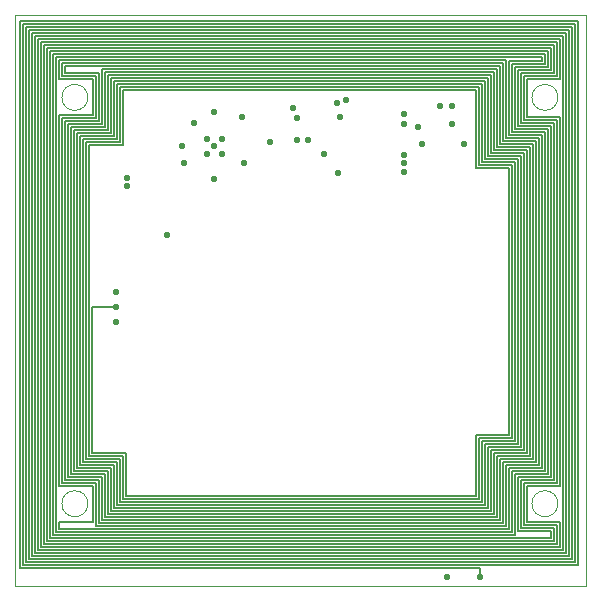
<source format=gbr>
%TF.GenerationSoftware,KiCad,Pcbnew,(5.1.4)-1*%
%TF.CreationDate,2019-10-25T20:31:38-07:00*%
%TF.ProjectId,SolarCellX_v3,536f6c61-7243-4656-9c6c-585f76332e6b,rev?*%
%TF.SameCoordinates,Original*%
%TF.FileFunction,Copper,L3,Inr*%
%TF.FilePolarity,Positive*%
%FSLAX46Y46*%
G04 Gerber Fmt 4.6, Leading zero omitted, Abs format (unit mm)*
G04 Created by KiCad (PCBNEW (5.1.4)-1) date 2019-10-25 20:31:38*
%MOMM*%
%LPD*%
G04 APERTURE LIST*
%ADD10C,0.050000*%
%ADD11C,0.584200*%
%ADD12C,0.127000*%
G04 APERTURE END LIST*
D10*
X96200000Y-47000000D02*
G75*
G03X96200000Y-47000000I-1100000J0D01*
G01*
X96200000Y-81400000D02*
G75*
G03X96200000Y-81400000I-1100000J0D01*
G01*
X136000000Y-81400000D02*
G75*
G03X136000000Y-81400000I-1100000J0D01*
G01*
X136000000Y-47000000D02*
G75*
G03X136000000Y-47000000I-1100000J0D01*
G01*
X90000000Y-88400000D02*
X138400000Y-88400000D01*
X90000000Y-88400000D02*
X90000000Y-40000000D01*
X138400000Y-40000000D02*
X138400000Y-88400000D01*
X90000000Y-40000000D02*
X138400000Y-40000000D01*
D11*
X106253260Y-51754256D03*
X107523260Y-51754256D03*
X106253260Y-50509656D03*
X109410500Y-52514500D03*
X107530900Y-50485040D03*
X106923840Y-51092100D03*
X104302012Y-52519693D03*
X122999500Y-53276500D03*
X122999500Y-52578000D03*
X122999500Y-51879500D03*
X122999500Y-49276000D03*
X124142510Y-49466500D03*
X124523500Y-50927000D03*
X122999500Y-48387000D03*
X125984000Y-47752000D03*
X117537610Y-48650791D03*
X117348000Y-53403500D03*
X128079500Y-50927000D03*
X127000000Y-47752000D03*
X118047740Y-47243775D03*
X127000000Y-49276000D03*
X117284500Y-47434502D03*
X106913660Y-53938656D03*
X113538000Y-47879000D03*
X105156000Y-49149000D03*
X111633000Y-50800000D03*
X113919000Y-48768000D03*
X116205000Y-51752500D03*
X106870500Y-48260000D03*
X109232672Y-48653690D03*
X104144156Y-51144656D03*
X102933500Y-58674000D03*
X99504500Y-53848000D03*
X99504500Y-54483000D03*
X126619000Y-87630000D03*
X98552000Y-64770000D03*
X98552000Y-63500000D03*
X98552000Y-66040000D03*
X129413000Y-87630000D03*
X113919000Y-50609500D03*
X114871500Y-50609500D03*
D12*
X130556000Y-82296000D02*
X129921000Y-82296000D01*
X130556000Y-77089000D02*
X130556000Y-82296000D01*
X133350000Y-77089000D02*
X130556000Y-77089000D01*
X133350000Y-51435000D02*
X133350000Y-77089000D01*
X130556000Y-51435000D02*
X133350000Y-51435000D01*
X130556000Y-44831000D02*
X130556000Y-51435000D01*
X97409000Y-44577000D02*
X130810000Y-44577000D01*
X97663000Y-82550000D02*
X97663000Y-78867000D01*
X131064000Y-82804000D02*
X97409000Y-82804000D01*
X130048000Y-82296000D02*
X129921000Y-82296000D01*
X131064000Y-77597000D02*
X131064000Y-82804000D01*
X96901000Y-79629000D02*
X93980000Y-79629000D01*
X133604000Y-51181000D02*
X133604000Y-77343000D01*
X94488000Y-79121000D02*
X94488000Y-49276000D01*
X97663000Y-44831000D02*
X130556000Y-44831000D01*
X94488000Y-49276000D02*
X97409000Y-49276000D01*
X131318000Y-44069000D02*
X131318000Y-50673000D01*
X97155000Y-49022000D02*
X97155000Y-44958000D01*
X133858000Y-50927000D02*
X133858000Y-77597000D01*
X93980000Y-79629000D02*
X93980000Y-48768000D01*
X93980000Y-48768000D02*
X96901000Y-48768000D01*
X96901000Y-48768000D02*
X96901000Y-45212000D01*
X96901000Y-45212000D02*
X93980000Y-45212000D01*
X93980000Y-45212000D02*
X93980000Y-44069000D01*
X93980000Y-44069000D02*
X131318000Y-44069000D01*
X131318000Y-50673000D02*
X134112000Y-50673000D01*
X134112000Y-50673000D02*
X134112000Y-77851000D01*
X134112000Y-77851000D02*
X131318000Y-77851000D01*
X131318000Y-77851000D02*
X131318000Y-83058000D01*
X131318000Y-83058000D02*
X97155000Y-83058000D01*
X97155000Y-79375000D02*
X94234000Y-79375000D01*
X94234000Y-79375000D02*
X94234000Y-49022000D01*
X94234000Y-49022000D02*
X97155000Y-49022000D01*
X97155000Y-44958000D02*
X94234000Y-44958000D01*
X94234000Y-44958000D02*
X94234000Y-44323000D01*
X94234000Y-44323000D02*
X131064000Y-44323000D01*
X131064000Y-44323000D02*
X131064000Y-50927000D01*
X131064000Y-50927000D02*
X133858000Y-50927000D01*
X133858000Y-77597000D02*
X131064000Y-77597000D01*
X97409000Y-82804000D02*
X97409000Y-79121000D01*
X97409000Y-79121000D02*
X94488000Y-79121000D01*
X97409000Y-49276000D02*
X97409000Y-44577000D01*
X130810000Y-44577000D02*
X130810000Y-51181000D01*
X130810000Y-51181000D02*
X133604000Y-51181000D01*
X133604000Y-77343000D02*
X130810000Y-77343000D01*
X130810000Y-77343000D02*
X130810000Y-82550000D01*
X130810000Y-82550000D02*
X97663000Y-82550000D01*
X97663000Y-78867000D02*
X94742000Y-78867000D01*
X94742000Y-78867000D02*
X94742000Y-49530000D01*
X94742000Y-49530000D02*
X97663000Y-49530000D01*
X97663000Y-49530000D02*
X97663000Y-44831000D01*
X129413000Y-86868000D02*
X129413000Y-87630000D01*
X90424000Y-86868000D02*
X129413000Y-86868000D01*
X90424000Y-40513000D02*
X90424000Y-86868000D01*
X137668000Y-40513000D02*
X90424000Y-40513000D01*
X137668000Y-86614000D02*
X137668000Y-40513000D01*
X90678000Y-86614000D02*
X137668000Y-86614000D01*
X90678000Y-40767000D02*
X90678000Y-86614000D01*
X90932000Y-86360000D02*
X137414000Y-86360000D01*
X90932000Y-41021000D02*
X90932000Y-86360000D01*
X137160000Y-41021000D02*
X90932000Y-41021000D01*
X137160000Y-86106000D02*
X137160000Y-41021000D01*
X91186000Y-86106000D02*
X137160000Y-86106000D01*
X91186000Y-41275000D02*
X91186000Y-86106000D01*
X136906000Y-41275000D02*
X91186000Y-41275000D01*
X91440000Y-41529000D02*
X91440000Y-85852000D01*
X136652000Y-41529000D02*
X91440000Y-41529000D01*
X136652000Y-85598000D02*
X136652000Y-41529000D01*
X91694000Y-85598000D02*
X136652000Y-85598000D01*
X91694000Y-41783000D02*
X91694000Y-85598000D01*
X136398000Y-41783000D02*
X91694000Y-41783000D01*
X136398000Y-85344000D02*
X136398000Y-41783000D01*
X91948000Y-85344000D02*
X136398000Y-85344000D01*
X91948000Y-42037000D02*
X91948000Y-85344000D01*
X136144000Y-42037000D02*
X91948000Y-42037000D01*
X136144000Y-45466000D02*
X136144000Y-42037000D01*
X133350000Y-45466000D02*
X136144000Y-45466000D01*
X133350000Y-48641000D02*
X133350000Y-45466000D01*
X136144000Y-48641000D02*
X133350000Y-48641000D01*
X136144000Y-79883000D02*
X136144000Y-48641000D01*
X133350000Y-79883000D02*
X136144000Y-79883000D01*
X133350000Y-82931000D02*
X133350000Y-79883000D01*
X136144000Y-82931000D02*
X133350000Y-82931000D01*
X136144000Y-85090000D02*
X136144000Y-82931000D01*
X92202000Y-85090000D02*
X136144000Y-85090000D01*
X92202000Y-42291000D02*
X92202000Y-85090000D01*
X135890000Y-42291000D02*
X92202000Y-42291000D01*
X135890000Y-45212000D02*
X135890000Y-42291000D01*
X133096000Y-45212000D02*
X135890000Y-45212000D01*
X132080000Y-49911000D02*
X132080000Y-44196000D01*
X135128000Y-43053000D02*
X92964000Y-43053000D01*
X134874000Y-78613000D02*
X134874000Y-49911000D01*
X132842000Y-79375000D02*
X135636000Y-79375000D01*
X132080000Y-83820000D02*
X132080000Y-78613000D01*
X93218000Y-43307000D02*
X93218000Y-84074000D01*
X93472000Y-43561000D02*
X93472000Y-83820000D01*
X134620000Y-43561000D02*
X93472000Y-43561000D01*
X135890000Y-83185000D02*
X133096000Y-83185000D01*
X131826000Y-50165000D02*
X131826000Y-43942000D01*
X134620000Y-50165000D02*
X131826000Y-50165000D01*
X132080000Y-44196000D02*
X134874000Y-44196000D01*
X134620000Y-78359000D02*
X134620000Y-50165000D01*
X131826000Y-78359000D02*
X134620000Y-78359000D01*
X137414000Y-86360000D02*
X137414000Y-40767000D01*
X134874000Y-43307000D02*
X93218000Y-43307000D01*
X135890000Y-84836000D02*
X135890000Y-83185000D01*
X131826000Y-83566000D02*
X131826000Y-78359000D01*
X134874000Y-44196000D02*
X134874000Y-43307000D01*
X135382000Y-49403000D02*
X132588000Y-49403000D01*
X93726000Y-83566000D02*
X131826000Y-83566000D01*
X132842000Y-83439000D02*
X132842000Y-79375000D01*
X137414000Y-40767000D02*
X90678000Y-40767000D01*
X131572000Y-50419000D02*
X131572000Y-43815000D01*
X132334000Y-44450000D02*
X135128000Y-44450000D01*
X96647000Y-48514000D02*
X93726000Y-48514000D01*
X134366000Y-50419000D02*
X131572000Y-50419000D01*
X92710000Y-42799000D02*
X92710000Y-84582000D01*
X134366000Y-78105000D02*
X134366000Y-50419000D01*
X134620000Y-43942000D02*
X134620000Y-43561000D01*
X93726000Y-48514000D02*
X93726000Y-79883000D01*
X135636000Y-42545000D02*
X92456000Y-42545000D01*
X131572000Y-78105000D02*
X134366000Y-78105000D01*
X132080000Y-78613000D02*
X134874000Y-78613000D01*
X96901000Y-83312000D02*
X131572000Y-83312000D01*
X92710000Y-84582000D02*
X135636000Y-84582000D01*
X134874000Y-49911000D02*
X132080000Y-49911000D01*
X133096000Y-48895000D02*
X133096000Y-45212000D01*
X131572000Y-43815000D02*
X93726000Y-43815000D01*
X131572000Y-83312000D02*
X131572000Y-78105000D01*
X93472000Y-83820000D02*
X132080000Y-83820000D01*
X93726000Y-43815000D02*
X93726000Y-45466000D01*
X96647000Y-45466000D02*
X96647000Y-48514000D01*
X93726000Y-79883000D02*
X96647000Y-79883000D01*
X135636000Y-44958000D02*
X135636000Y-42545000D01*
X96647000Y-79883000D02*
X96647000Y-82931000D01*
X133096000Y-79629000D02*
X135890000Y-79629000D01*
X93726000Y-45466000D02*
X96647000Y-45466000D01*
X136906000Y-85852000D02*
X136906000Y-41275000D01*
X96647000Y-82931000D02*
X93726000Y-82931000D01*
X131826000Y-43942000D02*
X134620000Y-43942000D01*
X93726000Y-82931000D02*
X93726000Y-83566000D01*
X135382000Y-42799000D02*
X92710000Y-42799000D01*
X93218000Y-84074000D02*
X132334000Y-84074000D01*
X135636000Y-79375000D02*
X135636000Y-49149000D01*
X91440000Y-85852000D02*
X136906000Y-85852000D01*
X132334000Y-84074000D02*
X132334000Y-78867000D01*
X135128000Y-49657000D02*
X132334000Y-49657000D01*
X132334000Y-78867000D02*
X135128000Y-78867000D01*
X135128000Y-78867000D02*
X135128000Y-49657000D01*
X132334000Y-49657000D02*
X132334000Y-44450000D01*
X135128000Y-44450000D02*
X135128000Y-43053000D01*
X92964000Y-43053000D02*
X92964000Y-84328000D01*
X92964000Y-84328000D02*
X135382000Y-84328000D01*
X135382000Y-84328000D02*
X135382000Y-83693000D01*
X135382000Y-83693000D02*
X132588000Y-83693000D01*
X132588000Y-83693000D02*
X132588000Y-79121000D01*
X132588000Y-79121000D02*
X135382000Y-79121000D01*
X135382000Y-79121000D02*
X135382000Y-49403000D01*
X132588000Y-49403000D02*
X132588000Y-44704000D01*
X132588000Y-44704000D02*
X135382000Y-44704000D01*
X135382000Y-44704000D02*
X135382000Y-42799000D01*
X135636000Y-84582000D02*
X135636000Y-83439000D01*
X135636000Y-83439000D02*
X132842000Y-83439000D01*
X135636000Y-49149000D02*
X132842000Y-49149000D01*
X132842000Y-49149000D02*
X132842000Y-44958000D01*
X132842000Y-44958000D02*
X135636000Y-44958000D01*
X92456000Y-42545000D02*
X92456000Y-84836000D01*
X92456000Y-84836000D02*
X135890000Y-84836000D01*
X133096000Y-83185000D02*
X133096000Y-79629000D01*
X135890000Y-79629000D02*
X135890000Y-48895000D01*
X135890000Y-48895000D02*
X133096000Y-48895000D01*
X96901000Y-79629000D02*
X96901000Y-83312000D01*
X97155000Y-79375000D02*
X97155000Y-83058000D01*
X96520000Y-77089000D02*
X96520000Y-64770000D01*
X99441000Y-77089000D02*
X96520000Y-77089000D01*
X99441000Y-80772000D02*
X99441000Y-77089000D01*
X129032000Y-80772000D02*
X99441000Y-80772000D01*
X131826000Y-75565000D02*
X129032000Y-75565000D01*
X131826000Y-52959000D02*
X131826000Y-75565000D01*
X129032000Y-52959000D02*
X131826000Y-52959000D01*
X99187000Y-51054000D02*
X99187000Y-46355000D01*
X96266000Y-51054000D02*
X99187000Y-51054000D01*
X96266000Y-77343000D02*
X96266000Y-51054000D01*
X99187000Y-77343000D02*
X96266000Y-77343000D01*
X99187000Y-81026000D02*
X99187000Y-77343000D01*
X129286000Y-81026000D02*
X99187000Y-81026000D01*
X129286000Y-75819000D02*
X129286000Y-81026000D01*
X132080000Y-52705000D02*
X132080000Y-75819000D01*
X98933000Y-46101000D02*
X129286000Y-46101000D01*
X96012000Y-77597000D02*
X96012000Y-50800000D01*
X132334000Y-76073000D02*
X129540000Y-76073000D01*
X132334000Y-52451000D02*
X132334000Y-76073000D01*
X98679000Y-45847000D02*
X129540000Y-45847000D01*
X98679000Y-50546000D02*
X98679000Y-45847000D01*
X95758000Y-50546000D02*
X98679000Y-50546000D01*
X98679000Y-77851000D02*
X95758000Y-77851000D01*
X98679000Y-81534000D02*
X98679000Y-77851000D01*
X129794000Y-81534000D02*
X98679000Y-81534000D01*
X132588000Y-76327000D02*
X129794000Y-76327000D01*
X132588000Y-52197000D02*
X132588000Y-76327000D01*
X129794000Y-52197000D02*
X132588000Y-52197000D01*
X129794000Y-45593000D02*
X129794000Y-52197000D01*
X98425000Y-45593000D02*
X129794000Y-45593000D01*
X98425000Y-50292000D02*
X98425000Y-45593000D01*
X98425000Y-78105000D02*
X95504000Y-78105000D01*
X129286000Y-46101000D02*
X129286000Y-52705000D01*
X129032000Y-75565000D02*
X129032000Y-80772000D01*
X132842000Y-76581000D02*
X130048000Y-76581000D01*
X129540000Y-81280000D02*
X98933000Y-81280000D01*
X130048000Y-45339000D02*
X130048000Y-51943000D01*
X130048000Y-76581000D02*
X130048000Y-81788000D01*
X130048000Y-51943000D02*
X132842000Y-51943000D01*
X96012000Y-50800000D02*
X98933000Y-50800000D01*
X129794000Y-76327000D02*
X129794000Y-81534000D01*
X96520000Y-64770000D02*
X98552000Y-64770000D01*
X129921000Y-82296000D02*
X97917000Y-82296000D01*
X133096000Y-51689000D02*
X133096000Y-76835000D01*
X98933000Y-81280000D02*
X98933000Y-77597000D01*
X95504000Y-50292000D02*
X98425000Y-50292000D01*
X99187000Y-46355000D02*
X129032000Y-46355000D01*
X98425000Y-81788000D02*
X98425000Y-78105000D01*
X98933000Y-77597000D02*
X96012000Y-77597000D01*
X95250000Y-78359000D02*
X95250000Y-50038000D01*
X129540000Y-76073000D02*
X129540000Y-81280000D01*
X129286000Y-52705000D02*
X132080000Y-52705000D01*
X97917000Y-82296000D02*
X97917000Y-78613000D01*
X97917000Y-78613000D02*
X94996000Y-78613000D01*
X132080000Y-75819000D02*
X129286000Y-75819000D01*
X95504000Y-78105000D02*
X95504000Y-50292000D01*
X130302000Y-45085000D02*
X130302000Y-51689000D01*
X129540000Y-45847000D02*
X129540000Y-52451000D01*
X98933000Y-50800000D02*
X98933000Y-46101000D01*
X129032000Y-46355000D02*
X129032000Y-52959000D01*
X133096000Y-76835000D02*
X130302000Y-76835000D01*
X130048000Y-81788000D02*
X98425000Y-81788000D01*
X130302000Y-76835000D02*
X130302000Y-82042000D01*
X129540000Y-52451000D02*
X132334000Y-52451000D01*
X132842000Y-51943000D02*
X132842000Y-76581000D01*
X94996000Y-49784000D02*
X97917000Y-49784000D01*
X98171000Y-82042000D02*
X98171000Y-78359000D01*
X95758000Y-77851000D02*
X95758000Y-50546000D01*
X94996000Y-78613000D02*
X94996000Y-49784000D01*
X98171000Y-45339000D02*
X130048000Y-45339000D01*
X97917000Y-49784000D02*
X97917000Y-45085000D01*
X97917000Y-45085000D02*
X130302000Y-45085000D01*
X130302000Y-51689000D02*
X133096000Y-51689000D01*
X130302000Y-82042000D02*
X98171000Y-82042000D01*
X98171000Y-78359000D02*
X95250000Y-78359000D01*
X95250000Y-50038000D02*
X98171000Y-50038000D01*
X98171000Y-50038000D02*
X98171000Y-45339000D01*
M02*

</source>
